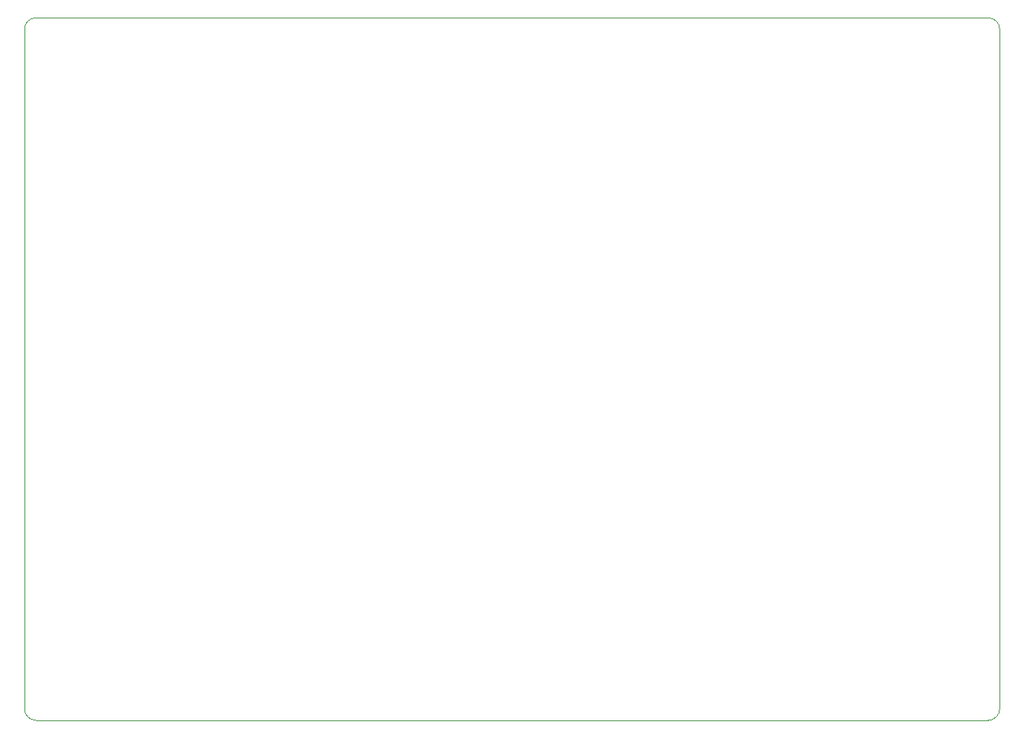
<source format=gbr>
%TF.GenerationSoftware,Altium Limited,Altium Designer,24.10.1 (45)*%
G04 Layer_Color=0*
%FSLAX45Y45*%
%MOMM*%
%TF.SameCoordinates,E1515796-6FB3-4C94-B68D-87BC939BF7D9*%
%TF.FilePolarity,Positive*%
%TF.FileFunction,Profile,NP*%
%TF.Part,Single*%
G01*
G75*
%TA.AperFunction,Profile*%
%ADD179C,0.02540*%
D179*
X10000Y127000D02*
G03*
X137000Y0I127000J0D01*
G01*
X10663000D01*
D02*
G03*
X10790000Y127000I0J127000D01*
G01*
Y7643000D01*
D02*
G03*
X10663000Y7770000I-127000J0D01*
G01*
X137000D01*
D02*
G03*
X10000Y7643000I0J-127000D01*
G01*
Y127000D01*
%TF.MD5,1d0aa2722135893c122012b416fa91b4*%
M02*

</source>
